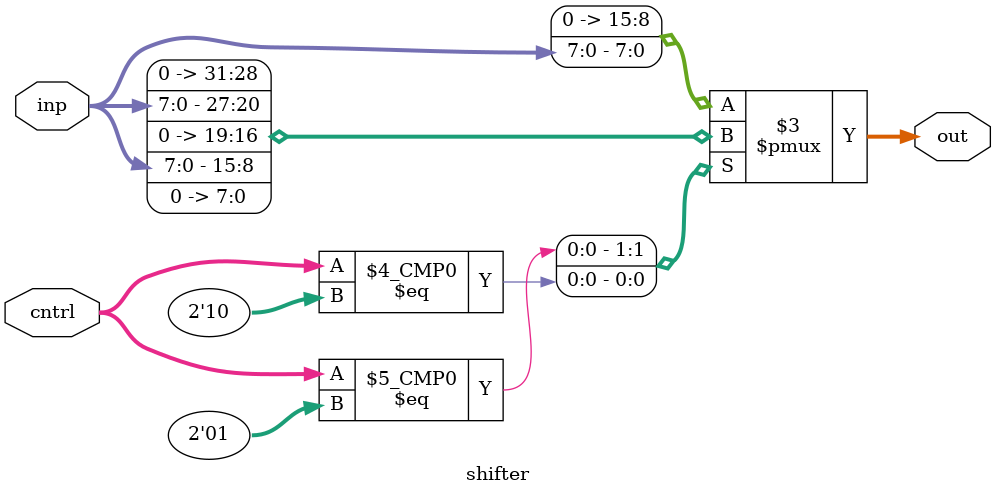
<source format=v>
module shifter(
    input [7:0] inp,
    input [1:0] cntrl,
    output reg [15:0] out 
);

always@(*) begin
case(cntrl)
2'b01: out={{4{1'b0}},inp,{4{1'b0}}};
2'b10: out={inp,{8{1'b0}}};
default: out={{8{1'b0}},inp};
endcase
end
endmodule
</source>
